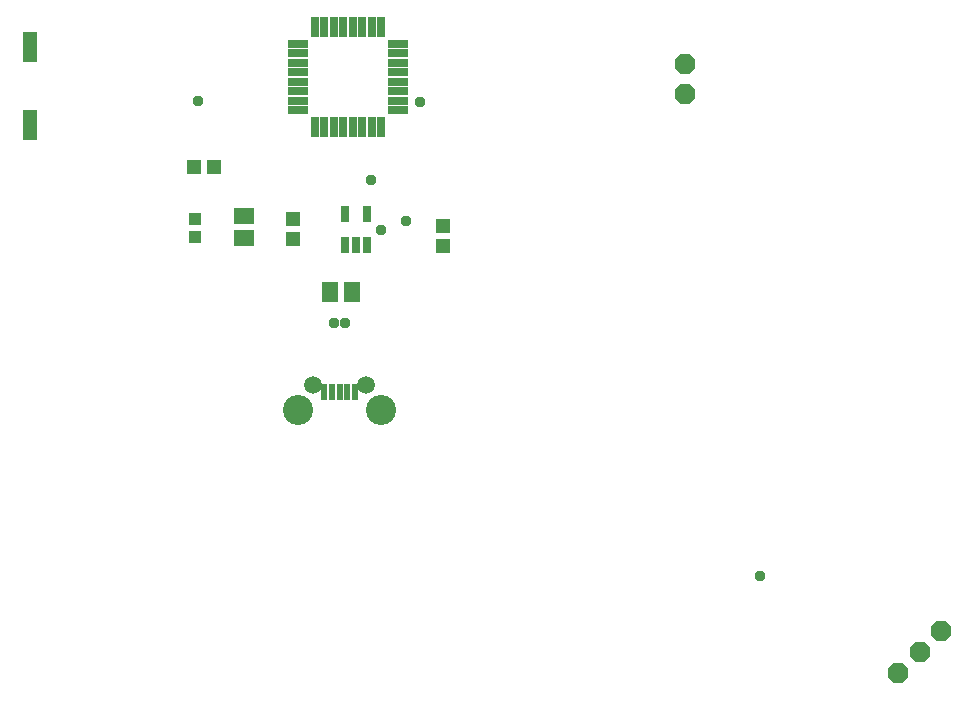
<source format=gbr>
G04 EAGLE Gerber RS-274X export*
G75*
%MOMM*%
%FSLAX34Y34*%
%LPD*%
%INSoldermask Top*%
%IPPOS*%
%AMOC8*
5,1,8,0,0,1.08239X$1,22.5*%
G01*
%ADD10R,1.443200X1.703200*%
%ADD11R,1.203200X1.278200*%
%ADD12R,1.703200X1.443200*%
%ADD13R,1.003200X1.003200*%
%ADD14R,1.278200X1.203200*%
%ADD15R,0.753200X1.403200*%
%ADD16P,1.852186X8X67.500000*%
%ADD17R,0.803200X1.703200*%
%ADD18R,1.703200X0.803200*%
%ADD19R,1.203200X2.603200*%
%ADD20R,0.603200X1.403200*%
%ADD21C,1.511200*%
%ADD22C,2.551200*%
%ADD23P,1.852186X8X292.500000*%
%ADD24C,0.959600*%


D10*
X487578Y324334D03*
X506578Y324334D03*
D11*
X456700Y385600D03*
X456700Y368600D03*
X582988Y379956D03*
X582988Y362956D03*
D12*
X415100Y388600D03*
X415100Y369600D03*
D13*
X373140Y370632D03*
X373140Y385632D03*
D14*
X372400Y430100D03*
X389400Y430100D03*
D15*
X500000Y363999D03*
X509500Y363999D03*
X519000Y363999D03*
X519000Y390001D03*
X500000Y390001D03*
D16*
X969039Y1039D03*
X987000Y19000D03*
X1004961Y36961D03*
D17*
X531000Y548500D03*
X523000Y548500D03*
X515000Y548500D03*
X507000Y548500D03*
X499000Y548500D03*
X491000Y548500D03*
X483000Y548500D03*
X475000Y548500D03*
D18*
X460500Y534000D03*
X460500Y526000D03*
X460500Y518000D03*
X460500Y510000D03*
X460500Y502000D03*
X460500Y494000D03*
X460500Y486000D03*
X460500Y478000D03*
D17*
X475000Y463500D03*
X483000Y463500D03*
X491000Y463500D03*
X499000Y463500D03*
X507000Y463500D03*
X515000Y463500D03*
X523000Y463500D03*
X531000Y463500D03*
D18*
X545500Y478000D03*
X545500Y486000D03*
X545500Y494000D03*
X545500Y502000D03*
X545500Y510000D03*
X545500Y518000D03*
X545500Y526000D03*
X545500Y534000D03*
D19*
X234000Y531000D03*
X234000Y465000D03*
D20*
X483000Y239550D03*
X489500Y239550D03*
X496000Y239550D03*
X502500Y239550D03*
X509000Y239550D03*
D21*
X473750Y245050D03*
X518250Y245050D03*
D22*
X531000Y224050D03*
X461000Y224050D03*
D23*
X788000Y516700D03*
X788000Y491300D03*
D24*
X531114Y376682D03*
X500634Y297942D03*
X490982Y297688D03*
X522732Y418338D03*
X551730Y383623D03*
X851662Y83820D03*
X376174Y485648D03*
X563880Y484886D03*
M02*

</source>
